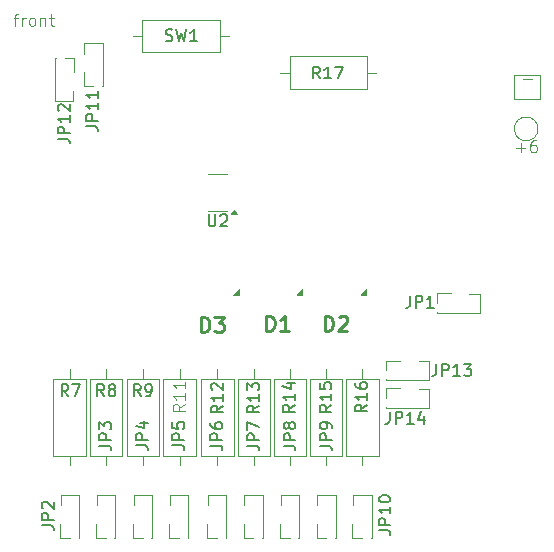
<source format=gbr>
%TF.GenerationSoftware,KiCad,Pcbnew,9.0.2*%
%TF.CreationDate,2025-07-18T12:05:27+02:00*%
%TF.ProjectId,Ligther,4c696774-6865-4722-9e6b-696361645f70,rev?*%
%TF.SameCoordinates,Original*%
%TF.FileFunction,Legend,Top*%
%TF.FilePolarity,Positive*%
%FSLAX46Y46*%
G04 Gerber Fmt 4.6, Leading zero omitted, Abs format (unit mm)*
G04 Created by KiCad (PCBNEW 9.0.2) date 2025-07-18 12:05:27*
%MOMM*%
%LPD*%
G01*
G04 APERTURE LIST*
%ADD10C,0.100000*%
%ADD11C,0.150000*%
%ADD12C,0.254000*%
%ADD13C,0.125000*%
%ADD14C,0.120000*%
G04 APERTURE END LIST*
D10*
X122100000Y-43510000D02*
G75*
G02*
X120100000Y-43510000I-1000000J0D01*
G01*
X120100000Y-43510000D02*
G75*
G02*
X122100000Y-43510000I1000000J0D01*
G01*
X120050000Y-38970000D02*
X122290000Y-38970000D01*
X122290000Y-40950000D01*
X120050000Y-40950000D01*
X120050000Y-38970000D01*
X77721027Y-34105752D02*
X78101979Y-34105752D01*
X77863884Y-34772419D02*
X77863884Y-33915276D01*
X77863884Y-33915276D02*
X77911503Y-33820038D01*
X77911503Y-33820038D02*
X78006741Y-33772419D01*
X78006741Y-33772419D02*
X78101979Y-33772419D01*
X78435313Y-34772419D02*
X78435313Y-34105752D01*
X78435313Y-34296228D02*
X78482932Y-34200990D01*
X78482932Y-34200990D02*
X78530551Y-34153371D01*
X78530551Y-34153371D02*
X78625789Y-34105752D01*
X78625789Y-34105752D02*
X78721027Y-34105752D01*
X79197218Y-34772419D02*
X79101980Y-34724800D01*
X79101980Y-34724800D02*
X79054361Y-34677180D01*
X79054361Y-34677180D02*
X79006742Y-34581942D01*
X79006742Y-34581942D02*
X79006742Y-34296228D01*
X79006742Y-34296228D02*
X79054361Y-34200990D01*
X79054361Y-34200990D02*
X79101980Y-34153371D01*
X79101980Y-34153371D02*
X79197218Y-34105752D01*
X79197218Y-34105752D02*
X79340075Y-34105752D01*
X79340075Y-34105752D02*
X79435313Y-34153371D01*
X79435313Y-34153371D02*
X79482932Y-34200990D01*
X79482932Y-34200990D02*
X79530551Y-34296228D01*
X79530551Y-34296228D02*
X79530551Y-34581942D01*
X79530551Y-34581942D02*
X79482932Y-34677180D01*
X79482932Y-34677180D02*
X79435313Y-34724800D01*
X79435313Y-34724800D02*
X79340075Y-34772419D01*
X79340075Y-34772419D02*
X79197218Y-34772419D01*
X79959123Y-34105752D02*
X79959123Y-34772419D01*
X79959123Y-34200990D02*
X80006742Y-34153371D01*
X80006742Y-34153371D02*
X80101980Y-34105752D01*
X80101980Y-34105752D02*
X80244837Y-34105752D01*
X80244837Y-34105752D02*
X80340075Y-34153371D01*
X80340075Y-34153371D02*
X80387694Y-34248609D01*
X80387694Y-34248609D02*
X80387694Y-34772419D01*
X80721028Y-34105752D02*
X81101980Y-34105752D01*
X80863885Y-33772419D02*
X80863885Y-34629561D01*
X80863885Y-34629561D02*
X80911504Y-34724800D01*
X80911504Y-34724800D02*
X81006742Y-34772419D01*
X81006742Y-34772419D02*
X81101980Y-34772419D01*
X120863884Y-39271466D02*
X121625789Y-39271466D01*
X120253884Y-45091466D02*
X121015789Y-45091466D01*
X120634836Y-45472419D02*
X120634836Y-44710514D01*
X121920550Y-44472419D02*
X121730074Y-44472419D01*
X121730074Y-44472419D02*
X121634836Y-44520038D01*
X121634836Y-44520038D02*
X121587217Y-44567657D01*
X121587217Y-44567657D02*
X121491979Y-44710514D01*
X121491979Y-44710514D02*
X121444360Y-44900990D01*
X121444360Y-44900990D02*
X121444360Y-45281942D01*
X121444360Y-45281942D02*
X121491979Y-45377180D01*
X121491979Y-45377180D02*
X121539598Y-45424800D01*
X121539598Y-45424800D02*
X121634836Y-45472419D01*
X121634836Y-45472419D02*
X121825312Y-45472419D01*
X121825312Y-45472419D02*
X121920550Y-45424800D01*
X121920550Y-45424800D02*
X121968169Y-45377180D01*
X121968169Y-45377180D02*
X122015788Y-45281942D01*
X122015788Y-45281942D02*
X122015788Y-45043847D01*
X122015788Y-45043847D02*
X121968169Y-44948609D01*
X121968169Y-44948609D02*
X121920550Y-44900990D01*
X121920550Y-44900990D02*
X121825312Y-44853371D01*
X121825312Y-44853371D02*
X121634836Y-44853371D01*
X121634836Y-44853371D02*
X121539598Y-44900990D01*
X121539598Y-44900990D02*
X121491979Y-44948609D01*
X121491979Y-44948609D02*
X121444360Y-45043847D01*
D11*
X103627142Y-39234819D02*
X103293809Y-38758628D01*
X103055714Y-39234819D02*
X103055714Y-38234819D01*
X103055714Y-38234819D02*
X103436666Y-38234819D01*
X103436666Y-38234819D02*
X103531904Y-38282438D01*
X103531904Y-38282438D02*
X103579523Y-38330057D01*
X103579523Y-38330057D02*
X103627142Y-38425295D01*
X103627142Y-38425295D02*
X103627142Y-38568152D01*
X103627142Y-38568152D02*
X103579523Y-38663390D01*
X103579523Y-38663390D02*
X103531904Y-38711009D01*
X103531904Y-38711009D02*
X103436666Y-38758628D01*
X103436666Y-38758628D02*
X103055714Y-38758628D01*
X104579523Y-39234819D02*
X104008095Y-39234819D01*
X104293809Y-39234819D02*
X104293809Y-38234819D01*
X104293809Y-38234819D02*
X104198571Y-38377676D01*
X104198571Y-38377676D02*
X104103333Y-38472914D01*
X104103333Y-38472914D02*
X104008095Y-38520533D01*
X104912857Y-38234819D02*
X105579523Y-38234819D01*
X105579523Y-38234819D02*
X105150952Y-39234819D01*
X81444819Y-44359523D02*
X82159104Y-44359523D01*
X82159104Y-44359523D02*
X82301961Y-44407142D01*
X82301961Y-44407142D02*
X82397200Y-44502380D01*
X82397200Y-44502380D02*
X82444819Y-44645237D01*
X82444819Y-44645237D02*
X82444819Y-44740475D01*
X82444819Y-43883332D02*
X81444819Y-43883332D01*
X81444819Y-43883332D02*
X81444819Y-43502380D01*
X81444819Y-43502380D02*
X81492438Y-43407142D01*
X81492438Y-43407142D02*
X81540057Y-43359523D01*
X81540057Y-43359523D02*
X81635295Y-43311904D01*
X81635295Y-43311904D02*
X81778152Y-43311904D01*
X81778152Y-43311904D02*
X81873390Y-43359523D01*
X81873390Y-43359523D02*
X81921009Y-43407142D01*
X81921009Y-43407142D02*
X81968628Y-43502380D01*
X81968628Y-43502380D02*
X81968628Y-43883332D01*
X82444819Y-42359523D02*
X82444819Y-42930951D01*
X82444819Y-42645237D02*
X81444819Y-42645237D01*
X81444819Y-42645237D02*
X81587676Y-42740475D01*
X81587676Y-42740475D02*
X81682914Y-42835713D01*
X81682914Y-42835713D02*
X81730533Y-42930951D01*
X81540057Y-41978570D02*
X81492438Y-41930951D01*
X81492438Y-41930951D02*
X81444819Y-41835713D01*
X81444819Y-41835713D02*
X81444819Y-41597618D01*
X81444819Y-41597618D02*
X81492438Y-41502380D01*
X81492438Y-41502380D02*
X81540057Y-41454761D01*
X81540057Y-41454761D02*
X81635295Y-41407142D01*
X81635295Y-41407142D02*
X81730533Y-41407142D01*
X81730533Y-41407142D02*
X81873390Y-41454761D01*
X81873390Y-41454761D02*
X82444819Y-42026189D01*
X82444819Y-42026189D02*
X82444819Y-41407142D01*
X90576667Y-36027200D02*
X90719524Y-36074819D01*
X90719524Y-36074819D02*
X90957619Y-36074819D01*
X90957619Y-36074819D02*
X91052857Y-36027200D01*
X91052857Y-36027200D02*
X91100476Y-35979580D01*
X91100476Y-35979580D02*
X91148095Y-35884342D01*
X91148095Y-35884342D02*
X91148095Y-35789104D01*
X91148095Y-35789104D02*
X91100476Y-35693866D01*
X91100476Y-35693866D02*
X91052857Y-35646247D01*
X91052857Y-35646247D02*
X90957619Y-35598628D01*
X90957619Y-35598628D02*
X90767143Y-35551009D01*
X90767143Y-35551009D02*
X90671905Y-35503390D01*
X90671905Y-35503390D02*
X90624286Y-35455771D01*
X90624286Y-35455771D02*
X90576667Y-35360533D01*
X90576667Y-35360533D02*
X90576667Y-35265295D01*
X90576667Y-35265295D02*
X90624286Y-35170057D01*
X90624286Y-35170057D02*
X90671905Y-35122438D01*
X90671905Y-35122438D02*
X90767143Y-35074819D01*
X90767143Y-35074819D02*
X91005238Y-35074819D01*
X91005238Y-35074819D02*
X91148095Y-35122438D01*
X91481429Y-35074819D02*
X91719524Y-36074819D01*
X91719524Y-36074819D02*
X91910000Y-35360533D01*
X91910000Y-35360533D02*
X92100476Y-36074819D01*
X92100476Y-36074819D02*
X92338572Y-35074819D01*
X93243333Y-36074819D02*
X92671905Y-36074819D01*
X92957619Y-36074819D02*
X92957619Y-35074819D01*
X92957619Y-35074819D02*
X92862381Y-35217676D01*
X92862381Y-35217676D02*
X92767143Y-35312914D01*
X92767143Y-35312914D02*
X92671905Y-35360533D01*
X82343333Y-66144819D02*
X82010000Y-65668628D01*
X81771905Y-66144819D02*
X81771905Y-65144819D01*
X81771905Y-65144819D02*
X82152857Y-65144819D01*
X82152857Y-65144819D02*
X82248095Y-65192438D01*
X82248095Y-65192438D02*
X82295714Y-65240057D01*
X82295714Y-65240057D02*
X82343333Y-65335295D01*
X82343333Y-65335295D02*
X82343333Y-65478152D01*
X82343333Y-65478152D02*
X82295714Y-65573390D01*
X82295714Y-65573390D02*
X82248095Y-65621009D01*
X82248095Y-65621009D02*
X82152857Y-65668628D01*
X82152857Y-65668628D02*
X81771905Y-65668628D01*
X82676667Y-65144819D02*
X83343333Y-65144819D01*
X83343333Y-65144819D02*
X82914762Y-66144819D01*
D12*
X99092618Y-60604318D02*
X99092618Y-59334318D01*
X99092618Y-59334318D02*
X99394999Y-59334318D01*
X99394999Y-59334318D02*
X99576428Y-59394794D01*
X99576428Y-59394794D02*
X99697380Y-59515746D01*
X99697380Y-59515746D02*
X99757857Y-59636699D01*
X99757857Y-59636699D02*
X99818333Y-59878603D01*
X99818333Y-59878603D02*
X99818333Y-60060032D01*
X99818333Y-60060032D02*
X99757857Y-60301937D01*
X99757857Y-60301937D02*
X99697380Y-60422889D01*
X99697380Y-60422889D02*
X99576428Y-60543842D01*
X99576428Y-60543842D02*
X99394999Y-60604318D01*
X99394999Y-60604318D02*
X99092618Y-60604318D01*
X101027857Y-60604318D02*
X100302142Y-60604318D01*
X100664999Y-60604318D02*
X100664999Y-59334318D01*
X100664999Y-59334318D02*
X100544047Y-59515746D01*
X100544047Y-59515746D02*
X100423095Y-59636699D01*
X100423095Y-59636699D02*
X100302142Y-59697175D01*
D11*
X98484819Y-66932857D02*
X98008628Y-67266190D01*
X98484819Y-67504285D02*
X97484819Y-67504285D01*
X97484819Y-67504285D02*
X97484819Y-67123333D01*
X97484819Y-67123333D02*
X97532438Y-67028095D01*
X97532438Y-67028095D02*
X97580057Y-66980476D01*
X97580057Y-66980476D02*
X97675295Y-66932857D01*
X97675295Y-66932857D02*
X97818152Y-66932857D01*
X97818152Y-66932857D02*
X97913390Y-66980476D01*
X97913390Y-66980476D02*
X97961009Y-67028095D01*
X97961009Y-67028095D02*
X98008628Y-67123333D01*
X98008628Y-67123333D02*
X98008628Y-67504285D01*
X98484819Y-65980476D02*
X98484819Y-66551904D01*
X98484819Y-66266190D02*
X97484819Y-66266190D01*
X97484819Y-66266190D02*
X97627676Y-66361428D01*
X97627676Y-66361428D02*
X97722914Y-66456666D01*
X97722914Y-66456666D02*
X97770533Y-66551904D01*
X97484819Y-65647142D02*
X97484819Y-65028095D01*
X97484819Y-65028095D02*
X97865771Y-65361428D01*
X97865771Y-65361428D02*
X97865771Y-65218571D01*
X97865771Y-65218571D02*
X97913390Y-65123333D01*
X97913390Y-65123333D02*
X97961009Y-65075714D01*
X97961009Y-65075714D02*
X98056247Y-65028095D01*
X98056247Y-65028095D02*
X98294342Y-65028095D01*
X98294342Y-65028095D02*
X98389580Y-65075714D01*
X98389580Y-65075714D02*
X98437200Y-65123333D01*
X98437200Y-65123333D02*
X98484819Y-65218571D01*
X98484819Y-65218571D02*
X98484819Y-65504285D01*
X98484819Y-65504285D02*
X98437200Y-65599523D01*
X98437200Y-65599523D02*
X98389580Y-65647142D01*
X94374819Y-70323333D02*
X95089104Y-70323333D01*
X95089104Y-70323333D02*
X95231961Y-70370952D01*
X95231961Y-70370952D02*
X95327200Y-70466190D01*
X95327200Y-70466190D02*
X95374819Y-70609047D01*
X95374819Y-70609047D02*
X95374819Y-70704285D01*
X95374819Y-69847142D02*
X94374819Y-69847142D01*
X94374819Y-69847142D02*
X94374819Y-69466190D01*
X94374819Y-69466190D02*
X94422438Y-69370952D01*
X94422438Y-69370952D02*
X94470057Y-69323333D01*
X94470057Y-69323333D02*
X94565295Y-69275714D01*
X94565295Y-69275714D02*
X94708152Y-69275714D01*
X94708152Y-69275714D02*
X94803390Y-69323333D01*
X94803390Y-69323333D02*
X94851009Y-69370952D01*
X94851009Y-69370952D02*
X94898628Y-69466190D01*
X94898628Y-69466190D02*
X94898628Y-69847142D01*
X94374819Y-68418571D02*
X94374819Y-68609047D01*
X94374819Y-68609047D02*
X94422438Y-68704285D01*
X94422438Y-68704285D02*
X94470057Y-68751904D01*
X94470057Y-68751904D02*
X94612914Y-68847142D01*
X94612914Y-68847142D02*
X94803390Y-68894761D01*
X94803390Y-68894761D02*
X95184342Y-68894761D01*
X95184342Y-68894761D02*
X95279580Y-68847142D01*
X95279580Y-68847142D02*
X95327200Y-68799523D01*
X95327200Y-68799523D02*
X95374819Y-68704285D01*
X95374819Y-68704285D02*
X95374819Y-68513809D01*
X95374819Y-68513809D02*
X95327200Y-68418571D01*
X95327200Y-68418571D02*
X95279580Y-68370952D01*
X95279580Y-68370952D02*
X95184342Y-68323333D01*
X95184342Y-68323333D02*
X94946247Y-68323333D01*
X94946247Y-68323333D02*
X94851009Y-68370952D01*
X94851009Y-68370952D02*
X94803390Y-68418571D01*
X94803390Y-68418571D02*
X94755771Y-68513809D01*
X94755771Y-68513809D02*
X94755771Y-68704285D01*
X94755771Y-68704285D02*
X94803390Y-68799523D01*
X94803390Y-68799523D02*
X94851009Y-68847142D01*
X94851009Y-68847142D02*
X94946247Y-68894761D01*
X104614819Y-66872857D02*
X104138628Y-67206190D01*
X104614819Y-67444285D02*
X103614819Y-67444285D01*
X103614819Y-67444285D02*
X103614819Y-67063333D01*
X103614819Y-67063333D02*
X103662438Y-66968095D01*
X103662438Y-66968095D02*
X103710057Y-66920476D01*
X103710057Y-66920476D02*
X103805295Y-66872857D01*
X103805295Y-66872857D02*
X103948152Y-66872857D01*
X103948152Y-66872857D02*
X104043390Y-66920476D01*
X104043390Y-66920476D02*
X104091009Y-66968095D01*
X104091009Y-66968095D02*
X104138628Y-67063333D01*
X104138628Y-67063333D02*
X104138628Y-67444285D01*
X104614819Y-65920476D02*
X104614819Y-66491904D01*
X104614819Y-66206190D02*
X103614819Y-66206190D01*
X103614819Y-66206190D02*
X103757676Y-66301428D01*
X103757676Y-66301428D02*
X103852914Y-66396666D01*
X103852914Y-66396666D02*
X103900533Y-66491904D01*
X103614819Y-65015714D02*
X103614819Y-65491904D01*
X103614819Y-65491904D02*
X104091009Y-65539523D01*
X104091009Y-65539523D02*
X104043390Y-65491904D01*
X104043390Y-65491904D02*
X103995771Y-65396666D01*
X103995771Y-65396666D02*
X103995771Y-65158571D01*
X103995771Y-65158571D02*
X104043390Y-65063333D01*
X104043390Y-65063333D02*
X104091009Y-65015714D01*
X104091009Y-65015714D02*
X104186247Y-64968095D01*
X104186247Y-64968095D02*
X104424342Y-64968095D01*
X104424342Y-64968095D02*
X104519580Y-65015714D01*
X104519580Y-65015714D02*
X104567200Y-65063333D01*
X104567200Y-65063333D02*
X104614819Y-65158571D01*
X104614819Y-65158571D02*
X104614819Y-65396666D01*
X104614819Y-65396666D02*
X104567200Y-65491904D01*
X104567200Y-65491904D02*
X104519580Y-65539523D01*
X113490476Y-63424819D02*
X113490476Y-64139104D01*
X113490476Y-64139104D02*
X113442857Y-64281961D01*
X113442857Y-64281961D02*
X113347619Y-64377200D01*
X113347619Y-64377200D02*
X113204762Y-64424819D01*
X113204762Y-64424819D02*
X113109524Y-64424819D01*
X113966667Y-64424819D02*
X113966667Y-63424819D01*
X113966667Y-63424819D02*
X114347619Y-63424819D01*
X114347619Y-63424819D02*
X114442857Y-63472438D01*
X114442857Y-63472438D02*
X114490476Y-63520057D01*
X114490476Y-63520057D02*
X114538095Y-63615295D01*
X114538095Y-63615295D02*
X114538095Y-63758152D01*
X114538095Y-63758152D02*
X114490476Y-63853390D01*
X114490476Y-63853390D02*
X114442857Y-63901009D01*
X114442857Y-63901009D02*
X114347619Y-63948628D01*
X114347619Y-63948628D02*
X113966667Y-63948628D01*
X115490476Y-64424819D02*
X114919048Y-64424819D01*
X115204762Y-64424819D02*
X115204762Y-63424819D01*
X115204762Y-63424819D02*
X115109524Y-63567676D01*
X115109524Y-63567676D02*
X115014286Y-63662914D01*
X115014286Y-63662914D02*
X114919048Y-63710533D01*
X115823810Y-63424819D02*
X116442857Y-63424819D01*
X116442857Y-63424819D02*
X116109524Y-63805771D01*
X116109524Y-63805771D02*
X116252381Y-63805771D01*
X116252381Y-63805771D02*
X116347619Y-63853390D01*
X116347619Y-63853390D02*
X116395238Y-63901009D01*
X116395238Y-63901009D02*
X116442857Y-63996247D01*
X116442857Y-63996247D02*
X116442857Y-64234342D01*
X116442857Y-64234342D02*
X116395238Y-64329580D01*
X116395238Y-64329580D02*
X116347619Y-64377200D01*
X116347619Y-64377200D02*
X116252381Y-64424819D01*
X116252381Y-64424819D02*
X115966667Y-64424819D01*
X115966667Y-64424819D02*
X115871429Y-64377200D01*
X115871429Y-64377200D02*
X115823810Y-64329580D01*
X111276666Y-57634819D02*
X111276666Y-58349104D01*
X111276666Y-58349104D02*
X111229047Y-58491961D01*
X111229047Y-58491961D02*
X111133809Y-58587200D01*
X111133809Y-58587200D02*
X110990952Y-58634819D01*
X110990952Y-58634819D02*
X110895714Y-58634819D01*
X111752857Y-58634819D02*
X111752857Y-57634819D01*
X111752857Y-57634819D02*
X112133809Y-57634819D01*
X112133809Y-57634819D02*
X112229047Y-57682438D01*
X112229047Y-57682438D02*
X112276666Y-57730057D01*
X112276666Y-57730057D02*
X112324285Y-57825295D01*
X112324285Y-57825295D02*
X112324285Y-57968152D01*
X112324285Y-57968152D02*
X112276666Y-58063390D01*
X112276666Y-58063390D02*
X112229047Y-58111009D01*
X112229047Y-58111009D02*
X112133809Y-58158628D01*
X112133809Y-58158628D02*
X111752857Y-58158628D01*
X113276666Y-58634819D02*
X112705238Y-58634819D01*
X112990952Y-58634819D02*
X112990952Y-57634819D01*
X112990952Y-57634819D02*
X112895714Y-57777676D01*
X112895714Y-57777676D02*
X112800476Y-57872914D01*
X112800476Y-57872914D02*
X112705238Y-57920533D01*
X108604819Y-77499523D02*
X109319104Y-77499523D01*
X109319104Y-77499523D02*
X109461961Y-77547142D01*
X109461961Y-77547142D02*
X109557200Y-77642380D01*
X109557200Y-77642380D02*
X109604819Y-77785237D01*
X109604819Y-77785237D02*
X109604819Y-77880475D01*
X109604819Y-77023332D02*
X108604819Y-77023332D01*
X108604819Y-77023332D02*
X108604819Y-76642380D01*
X108604819Y-76642380D02*
X108652438Y-76547142D01*
X108652438Y-76547142D02*
X108700057Y-76499523D01*
X108700057Y-76499523D02*
X108795295Y-76451904D01*
X108795295Y-76451904D02*
X108938152Y-76451904D01*
X108938152Y-76451904D02*
X109033390Y-76499523D01*
X109033390Y-76499523D02*
X109081009Y-76547142D01*
X109081009Y-76547142D02*
X109128628Y-76642380D01*
X109128628Y-76642380D02*
X109128628Y-77023332D01*
X109604819Y-75499523D02*
X109604819Y-76070951D01*
X109604819Y-75785237D02*
X108604819Y-75785237D01*
X108604819Y-75785237D02*
X108747676Y-75880475D01*
X108747676Y-75880475D02*
X108842914Y-75975713D01*
X108842914Y-75975713D02*
X108890533Y-76070951D01*
X108604819Y-74880475D02*
X108604819Y-74785237D01*
X108604819Y-74785237D02*
X108652438Y-74689999D01*
X108652438Y-74689999D02*
X108700057Y-74642380D01*
X108700057Y-74642380D02*
X108795295Y-74594761D01*
X108795295Y-74594761D02*
X108985771Y-74547142D01*
X108985771Y-74547142D02*
X109223866Y-74547142D01*
X109223866Y-74547142D02*
X109414342Y-74594761D01*
X109414342Y-74594761D02*
X109509580Y-74642380D01*
X109509580Y-74642380D02*
X109557200Y-74689999D01*
X109557200Y-74689999D02*
X109604819Y-74785237D01*
X109604819Y-74785237D02*
X109604819Y-74880475D01*
X109604819Y-74880475D02*
X109557200Y-74975713D01*
X109557200Y-74975713D02*
X109509580Y-75023332D01*
X109509580Y-75023332D02*
X109414342Y-75070951D01*
X109414342Y-75070951D02*
X109223866Y-75118570D01*
X109223866Y-75118570D02*
X108985771Y-75118570D01*
X108985771Y-75118570D02*
X108795295Y-75070951D01*
X108795295Y-75070951D02*
X108700057Y-75023332D01*
X108700057Y-75023332D02*
X108652438Y-74975713D01*
X108652438Y-74975713D02*
X108604819Y-74880475D01*
X109570476Y-67464819D02*
X109570476Y-68179104D01*
X109570476Y-68179104D02*
X109522857Y-68321961D01*
X109522857Y-68321961D02*
X109427619Y-68417200D01*
X109427619Y-68417200D02*
X109284762Y-68464819D01*
X109284762Y-68464819D02*
X109189524Y-68464819D01*
X110046667Y-68464819D02*
X110046667Y-67464819D01*
X110046667Y-67464819D02*
X110427619Y-67464819D01*
X110427619Y-67464819D02*
X110522857Y-67512438D01*
X110522857Y-67512438D02*
X110570476Y-67560057D01*
X110570476Y-67560057D02*
X110618095Y-67655295D01*
X110618095Y-67655295D02*
X110618095Y-67798152D01*
X110618095Y-67798152D02*
X110570476Y-67893390D01*
X110570476Y-67893390D02*
X110522857Y-67941009D01*
X110522857Y-67941009D02*
X110427619Y-67988628D01*
X110427619Y-67988628D02*
X110046667Y-67988628D01*
X111570476Y-68464819D02*
X110999048Y-68464819D01*
X111284762Y-68464819D02*
X111284762Y-67464819D01*
X111284762Y-67464819D02*
X111189524Y-67607676D01*
X111189524Y-67607676D02*
X111094286Y-67702914D01*
X111094286Y-67702914D02*
X110999048Y-67750533D01*
X112427619Y-67798152D02*
X112427619Y-68464819D01*
X112189524Y-67417200D02*
X111951429Y-68131485D01*
X111951429Y-68131485D02*
X112570476Y-68131485D01*
D13*
X92176119Y-66822857D02*
X91699928Y-67156190D01*
X92176119Y-67394285D02*
X91176119Y-67394285D01*
X91176119Y-67394285D02*
X91176119Y-67013333D01*
X91176119Y-67013333D02*
X91223738Y-66918095D01*
X91223738Y-66918095D02*
X91271357Y-66870476D01*
X91271357Y-66870476D02*
X91366595Y-66822857D01*
X91366595Y-66822857D02*
X91509452Y-66822857D01*
X91509452Y-66822857D02*
X91604690Y-66870476D01*
X91604690Y-66870476D02*
X91652309Y-66918095D01*
X91652309Y-66918095D02*
X91699928Y-67013333D01*
X91699928Y-67013333D02*
X91699928Y-67394285D01*
X92176119Y-65870476D02*
X92176119Y-66441904D01*
X92176119Y-66156190D02*
X91176119Y-66156190D01*
X91176119Y-66156190D02*
X91318976Y-66251428D01*
X91318976Y-66251428D02*
X91414214Y-66346666D01*
X91414214Y-66346666D02*
X91461833Y-66441904D01*
X92176119Y-64918095D02*
X92176119Y-65489523D01*
X92176119Y-65203809D02*
X91176119Y-65203809D01*
X91176119Y-65203809D02*
X91318976Y-65299047D01*
X91318976Y-65299047D02*
X91414214Y-65394285D01*
X91414214Y-65394285D02*
X91461833Y-65489523D01*
D12*
X104032618Y-60624318D02*
X104032618Y-59354318D01*
X104032618Y-59354318D02*
X104334999Y-59354318D01*
X104334999Y-59354318D02*
X104516428Y-59414794D01*
X104516428Y-59414794D02*
X104637380Y-59535746D01*
X104637380Y-59535746D02*
X104697857Y-59656699D01*
X104697857Y-59656699D02*
X104758333Y-59898603D01*
X104758333Y-59898603D02*
X104758333Y-60080032D01*
X104758333Y-60080032D02*
X104697857Y-60321937D01*
X104697857Y-60321937D02*
X104637380Y-60442889D01*
X104637380Y-60442889D02*
X104516428Y-60563842D01*
X104516428Y-60563842D02*
X104334999Y-60624318D01*
X104334999Y-60624318D02*
X104032618Y-60624318D01*
X105242142Y-59475270D02*
X105302618Y-59414794D01*
X105302618Y-59414794D02*
X105423571Y-59354318D01*
X105423571Y-59354318D02*
X105725952Y-59354318D01*
X105725952Y-59354318D02*
X105846904Y-59414794D01*
X105846904Y-59414794D02*
X105907380Y-59475270D01*
X105907380Y-59475270D02*
X105967857Y-59596222D01*
X105967857Y-59596222D02*
X105967857Y-59717175D01*
X105967857Y-59717175D02*
X105907380Y-59898603D01*
X105907380Y-59898603D02*
X105181666Y-60624318D01*
X105181666Y-60624318D02*
X105967857Y-60624318D01*
D11*
X88463333Y-66134819D02*
X88130000Y-65658628D01*
X87891905Y-66134819D02*
X87891905Y-65134819D01*
X87891905Y-65134819D02*
X88272857Y-65134819D01*
X88272857Y-65134819D02*
X88368095Y-65182438D01*
X88368095Y-65182438D02*
X88415714Y-65230057D01*
X88415714Y-65230057D02*
X88463333Y-65325295D01*
X88463333Y-65325295D02*
X88463333Y-65468152D01*
X88463333Y-65468152D02*
X88415714Y-65563390D01*
X88415714Y-65563390D02*
X88368095Y-65611009D01*
X88368095Y-65611009D02*
X88272857Y-65658628D01*
X88272857Y-65658628D02*
X87891905Y-65658628D01*
X88939524Y-66134819D02*
X89130000Y-66134819D01*
X89130000Y-66134819D02*
X89225238Y-66087200D01*
X89225238Y-66087200D02*
X89272857Y-66039580D01*
X89272857Y-66039580D02*
X89368095Y-65896723D01*
X89368095Y-65896723D02*
X89415714Y-65706247D01*
X89415714Y-65706247D02*
X89415714Y-65325295D01*
X89415714Y-65325295D02*
X89368095Y-65230057D01*
X89368095Y-65230057D02*
X89320476Y-65182438D01*
X89320476Y-65182438D02*
X89225238Y-65134819D01*
X89225238Y-65134819D02*
X89034762Y-65134819D01*
X89034762Y-65134819D02*
X88939524Y-65182438D01*
X88939524Y-65182438D02*
X88891905Y-65230057D01*
X88891905Y-65230057D02*
X88844286Y-65325295D01*
X88844286Y-65325295D02*
X88844286Y-65563390D01*
X88844286Y-65563390D02*
X88891905Y-65658628D01*
X88891905Y-65658628D02*
X88939524Y-65706247D01*
X88939524Y-65706247D02*
X89034762Y-65753866D01*
X89034762Y-65753866D02*
X89225238Y-65753866D01*
X89225238Y-65753866D02*
X89320476Y-65706247D01*
X89320476Y-65706247D02*
X89368095Y-65658628D01*
X89368095Y-65658628D02*
X89415714Y-65563390D01*
X95414819Y-66942857D02*
X94938628Y-67276190D01*
X95414819Y-67514285D02*
X94414819Y-67514285D01*
X94414819Y-67514285D02*
X94414819Y-67133333D01*
X94414819Y-67133333D02*
X94462438Y-67038095D01*
X94462438Y-67038095D02*
X94510057Y-66990476D01*
X94510057Y-66990476D02*
X94605295Y-66942857D01*
X94605295Y-66942857D02*
X94748152Y-66942857D01*
X94748152Y-66942857D02*
X94843390Y-66990476D01*
X94843390Y-66990476D02*
X94891009Y-67038095D01*
X94891009Y-67038095D02*
X94938628Y-67133333D01*
X94938628Y-67133333D02*
X94938628Y-67514285D01*
X95414819Y-65990476D02*
X95414819Y-66561904D01*
X95414819Y-66276190D02*
X94414819Y-66276190D01*
X94414819Y-66276190D02*
X94557676Y-66371428D01*
X94557676Y-66371428D02*
X94652914Y-66466666D01*
X94652914Y-66466666D02*
X94700533Y-66561904D01*
X94510057Y-65609523D02*
X94462438Y-65561904D01*
X94462438Y-65561904D02*
X94414819Y-65466666D01*
X94414819Y-65466666D02*
X94414819Y-65228571D01*
X94414819Y-65228571D02*
X94462438Y-65133333D01*
X94462438Y-65133333D02*
X94510057Y-65085714D01*
X94510057Y-65085714D02*
X94605295Y-65038095D01*
X94605295Y-65038095D02*
X94700533Y-65038095D01*
X94700533Y-65038095D02*
X94843390Y-65085714D01*
X94843390Y-65085714D02*
X95414819Y-65657142D01*
X95414819Y-65657142D02*
X95414819Y-65038095D01*
X100564819Y-70343333D02*
X101279104Y-70343333D01*
X101279104Y-70343333D02*
X101421961Y-70390952D01*
X101421961Y-70390952D02*
X101517200Y-70486190D01*
X101517200Y-70486190D02*
X101564819Y-70629047D01*
X101564819Y-70629047D02*
X101564819Y-70724285D01*
X101564819Y-69867142D02*
X100564819Y-69867142D01*
X100564819Y-69867142D02*
X100564819Y-69486190D01*
X100564819Y-69486190D02*
X100612438Y-69390952D01*
X100612438Y-69390952D02*
X100660057Y-69343333D01*
X100660057Y-69343333D02*
X100755295Y-69295714D01*
X100755295Y-69295714D02*
X100898152Y-69295714D01*
X100898152Y-69295714D02*
X100993390Y-69343333D01*
X100993390Y-69343333D02*
X101041009Y-69390952D01*
X101041009Y-69390952D02*
X101088628Y-69486190D01*
X101088628Y-69486190D02*
X101088628Y-69867142D01*
X100993390Y-68724285D02*
X100945771Y-68819523D01*
X100945771Y-68819523D02*
X100898152Y-68867142D01*
X100898152Y-68867142D02*
X100802914Y-68914761D01*
X100802914Y-68914761D02*
X100755295Y-68914761D01*
X100755295Y-68914761D02*
X100660057Y-68867142D01*
X100660057Y-68867142D02*
X100612438Y-68819523D01*
X100612438Y-68819523D02*
X100564819Y-68724285D01*
X100564819Y-68724285D02*
X100564819Y-68533809D01*
X100564819Y-68533809D02*
X100612438Y-68438571D01*
X100612438Y-68438571D02*
X100660057Y-68390952D01*
X100660057Y-68390952D02*
X100755295Y-68343333D01*
X100755295Y-68343333D02*
X100802914Y-68343333D01*
X100802914Y-68343333D02*
X100898152Y-68390952D01*
X100898152Y-68390952D02*
X100945771Y-68438571D01*
X100945771Y-68438571D02*
X100993390Y-68533809D01*
X100993390Y-68533809D02*
X100993390Y-68724285D01*
X100993390Y-68724285D02*
X101041009Y-68819523D01*
X101041009Y-68819523D02*
X101088628Y-68867142D01*
X101088628Y-68867142D02*
X101183866Y-68914761D01*
X101183866Y-68914761D02*
X101374342Y-68914761D01*
X101374342Y-68914761D02*
X101469580Y-68867142D01*
X101469580Y-68867142D02*
X101517200Y-68819523D01*
X101517200Y-68819523D02*
X101564819Y-68724285D01*
X101564819Y-68724285D02*
X101564819Y-68533809D01*
X101564819Y-68533809D02*
X101517200Y-68438571D01*
X101517200Y-68438571D02*
X101469580Y-68390952D01*
X101469580Y-68390952D02*
X101374342Y-68343333D01*
X101374342Y-68343333D02*
X101183866Y-68343333D01*
X101183866Y-68343333D02*
X101088628Y-68390952D01*
X101088628Y-68390952D02*
X101041009Y-68438571D01*
X101041009Y-68438571D02*
X100993390Y-68533809D01*
X103634819Y-70343333D02*
X104349104Y-70343333D01*
X104349104Y-70343333D02*
X104491961Y-70390952D01*
X104491961Y-70390952D02*
X104587200Y-70486190D01*
X104587200Y-70486190D02*
X104634819Y-70629047D01*
X104634819Y-70629047D02*
X104634819Y-70724285D01*
X104634819Y-69867142D02*
X103634819Y-69867142D01*
X103634819Y-69867142D02*
X103634819Y-69486190D01*
X103634819Y-69486190D02*
X103682438Y-69390952D01*
X103682438Y-69390952D02*
X103730057Y-69343333D01*
X103730057Y-69343333D02*
X103825295Y-69295714D01*
X103825295Y-69295714D02*
X103968152Y-69295714D01*
X103968152Y-69295714D02*
X104063390Y-69343333D01*
X104063390Y-69343333D02*
X104111009Y-69390952D01*
X104111009Y-69390952D02*
X104158628Y-69486190D01*
X104158628Y-69486190D02*
X104158628Y-69867142D01*
X104634819Y-68819523D02*
X104634819Y-68629047D01*
X104634819Y-68629047D02*
X104587200Y-68533809D01*
X104587200Y-68533809D02*
X104539580Y-68486190D01*
X104539580Y-68486190D02*
X104396723Y-68390952D01*
X104396723Y-68390952D02*
X104206247Y-68343333D01*
X104206247Y-68343333D02*
X103825295Y-68343333D01*
X103825295Y-68343333D02*
X103730057Y-68390952D01*
X103730057Y-68390952D02*
X103682438Y-68438571D01*
X103682438Y-68438571D02*
X103634819Y-68533809D01*
X103634819Y-68533809D02*
X103634819Y-68724285D01*
X103634819Y-68724285D02*
X103682438Y-68819523D01*
X103682438Y-68819523D02*
X103730057Y-68867142D01*
X103730057Y-68867142D02*
X103825295Y-68914761D01*
X103825295Y-68914761D02*
X104063390Y-68914761D01*
X104063390Y-68914761D02*
X104158628Y-68867142D01*
X104158628Y-68867142D02*
X104206247Y-68819523D01*
X104206247Y-68819523D02*
X104253866Y-68724285D01*
X104253866Y-68724285D02*
X104253866Y-68533809D01*
X104253866Y-68533809D02*
X104206247Y-68438571D01*
X104206247Y-68438571D02*
X104158628Y-68390952D01*
X104158628Y-68390952D02*
X104063390Y-68343333D01*
X97494819Y-70343333D02*
X98209104Y-70343333D01*
X98209104Y-70343333D02*
X98351961Y-70390952D01*
X98351961Y-70390952D02*
X98447200Y-70486190D01*
X98447200Y-70486190D02*
X98494819Y-70629047D01*
X98494819Y-70629047D02*
X98494819Y-70724285D01*
X98494819Y-69867142D02*
X97494819Y-69867142D01*
X97494819Y-69867142D02*
X97494819Y-69486190D01*
X97494819Y-69486190D02*
X97542438Y-69390952D01*
X97542438Y-69390952D02*
X97590057Y-69343333D01*
X97590057Y-69343333D02*
X97685295Y-69295714D01*
X97685295Y-69295714D02*
X97828152Y-69295714D01*
X97828152Y-69295714D02*
X97923390Y-69343333D01*
X97923390Y-69343333D02*
X97971009Y-69390952D01*
X97971009Y-69390952D02*
X98018628Y-69486190D01*
X98018628Y-69486190D02*
X98018628Y-69867142D01*
X97494819Y-68962380D02*
X97494819Y-68295714D01*
X97494819Y-68295714D02*
X98494819Y-68724285D01*
X80084819Y-77063333D02*
X80799104Y-77063333D01*
X80799104Y-77063333D02*
X80941961Y-77110952D01*
X80941961Y-77110952D02*
X81037200Y-77206190D01*
X81037200Y-77206190D02*
X81084819Y-77349047D01*
X81084819Y-77349047D02*
X81084819Y-77444285D01*
X81084819Y-76587142D02*
X80084819Y-76587142D01*
X80084819Y-76587142D02*
X80084819Y-76206190D01*
X80084819Y-76206190D02*
X80132438Y-76110952D01*
X80132438Y-76110952D02*
X80180057Y-76063333D01*
X80180057Y-76063333D02*
X80275295Y-76015714D01*
X80275295Y-76015714D02*
X80418152Y-76015714D01*
X80418152Y-76015714D02*
X80513390Y-76063333D01*
X80513390Y-76063333D02*
X80561009Y-76110952D01*
X80561009Y-76110952D02*
X80608628Y-76206190D01*
X80608628Y-76206190D02*
X80608628Y-76587142D01*
X80180057Y-75634761D02*
X80132438Y-75587142D01*
X80132438Y-75587142D02*
X80084819Y-75491904D01*
X80084819Y-75491904D02*
X80084819Y-75253809D01*
X80084819Y-75253809D02*
X80132438Y-75158571D01*
X80132438Y-75158571D02*
X80180057Y-75110952D01*
X80180057Y-75110952D02*
X80275295Y-75063333D01*
X80275295Y-75063333D02*
X80370533Y-75063333D01*
X80370533Y-75063333D02*
X80513390Y-75110952D01*
X80513390Y-75110952D02*
X81084819Y-75682380D01*
X81084819Y-75682380D02*
X81084819Y-75063333D01*
X107624819Y-66852857D02*
X107148628Y-67186190D01*
X107624819Y-67424285D02*
X106624819Y-67424285D01*
X106624819Y-67424285D02*
X106624819Y-67043333D01*
X106624819Y-67043333D02*
X106672438Y-66948095D01*
X106672438Y-66948095D02*
X106720057Y-66900476D01*
X106720057Y-66900476D02*
X106815295Y-66852857D01*
X106815295Y-66852857D02*
X106958152Y-66852857D01*
X106958152Y-66852857D02*
X107053390Y-66900476D01*
X107053390Y-66900476D02*
X107101009Y-66948095D01*
X107101009Y-66948095D02*
X107148628Y-67043333D01*
X107148628Y-67043333D02*
X107148628Y-67424285D01*
X107624819Y-65900476D02*
X107624819Y-66471904D01*
X107624819Y-66186190D02*
X106624819Y-66186190D01*
X106624819Y-66186190D02*
X106767676Y-66281428D01*
X106767676Y-66281428D02*
X106862914Y-66376666D01*
X106862914Y-66376666D02*
X106910533Y-66471904D01*
X106624819Y-65043333D02*
X106624819Y-65233809D01*
X106624819Y-65233809D02*
X106672438Y-65329047D01*
X106672438Y-65329047D02*
X106720057Y-65376666D01*
X106720057Y-65376666D02*
X106862914Y-65471904D01*
X106862914Y-65471904D02*
X107053390Y-65519523D01*
X107053390Y-65519523D02*
X107434342Y-65519523D01*
X107434342Y-65519523D02*
X107529580Y-65471904D01*
X107529580Y-65471904D02*
X107577200Y-65424285D01*
X107577200Y-65424285D02*
X107624819Y-65329047D01*
X107624819Y-65329047D02*
X107624819Y-65138571D01*
X107624819Y-65138571D02*
X107577200Y-65043333D01*
X107577200Y-65043333D02*
X107529580Y-64995714D01*
X107529580Y-64995714D02*
X107434342Y-64948095D01*
X107434342Y-64948095D02*
X107196247Y-64948095D01*
X107196247Y-64948095D02*
X107101009Y-64995714D01*
X107101009Y-64995714D02*
X107053390Y-65043333D01*
X107053390Y-65043333D02*
X107005771Y-65138571D01*
X107005771Y-65138571D02*
X107005771Y-65329047D01*
X107005771Y-65329047D02*
X107053390Y-65424285D01*
X107053390Y-65424285D02*
X107101009Y-65471904D01*
X107101009Y-65471904D02*
X107196247Y-65519523D01*
X83854819Y-43289523D02*
X84569104Y-43289523D01*
X84569104Y-43289523D02*
X84711961Y-43337142D01*
X84711961Y-43337142D02*
X84807200Y-43432380D01*
X84807200Y-43432380D02*
X84854819Y-43575237D01*
X84854819Y-43575237D02*
X84854819Y-43670475D01*
X84854819Y-42813332D02*
X83854819Y-42813332D01*
X83854819Y-42813332D02*
X83854819Y-42432380D01*
X83854819Y-42432380D02*
X83902438Y-42337142D01*
X83902438Y-42337142D02*
X83950057Y-42289523D01*
X83950057Y-42289523D02*
X84045295Y-42241904D01*
X84045295Y-42241904D02*
X84188152Y-42241904D01*
X84188152Y-42241904D02*
X84283390Y-42289523D01*
X84283390Y-42289523D02*
X84331009Y-42337142D01*
X84331009Y-42337142D02*
X84378628Y-42432380D01*
X84378628Y-42432380D02*
X84378628Y-42813332D01*
X84854819Y-41289523D02*
X84854819Y-41860951D01*
X84854819Y-41575237D02*
X83854819Y-41575237D01*
X83854819Y-41575237D02*
X83997676Y-41670475D01*
X83997676Y-41670475D02*
X84092914Y-41765713D01*
X84092914Y-41765713D02*
X84140533Y-41860951D01*
X84854819Y-40337142D02*
X84854819Y-40908570D01*
X84854819Y-40622856D02*
X83854819Y-40622856D01*
X83854819Y-40622856D02*
X83997676Y-40718094D01*
X83997676Y-40718094D02*
X84092914Y-40813332D01*
X84092914Y-40813332D02*
X84140533Y-40908570D01*
X88084819Y-70303333D02*
X88799104Y-70303333D01*
X88799104Y-70303333D02*
X88941961Y-70350952D01*
X88941961Y-70350952D02*
X89037200Y-70446190D01*
X89037200Y-70446190D02*
X89084819Y-70589047D01*
X89084819Y-70589047D02*
X89084819Y-70684285D01*
X89084819Y-69827142D02*
X88084819Y-69827142D01*
X88084819Y-69827142D02*
X88084819Y-69446190D01*
X88084819Y-69446190D02*
X88132438Y-69350952D01*
X88132438Y-69350952D02*
X88180057Y-69303333D01*
X88180057Y-69303333D02*
X88275295Y-69255714D01*
X88275295Y-69255714D02*
X88418152Y-69255714D01*
X88418152Y-69255714D02*
X88513390Y-69303333D01*
X88513390Y-69303333D02*
X88561009Y-69350952D01*
X88561009Y-69350952D02*
X88608628Y-69446190D01*
X88608628Y-69446190D02*
X88608628Y-69827142D01*
X88418152Y-68398571D02*
X89084819Y-68398571D01*
X88037200Y-68636666D02*
X88751485Y-68874761D01*
X88751485Y-68874761D02*
X88751485Y-68255714D01*
X91154819Y-70313333D02*
X91869104Y-70313333D01*
X91869104Y-70313333D02*
X92011961Y-70360952D01*
X92011961Y-70360952D02*
X92107200Y-70456190D01*
X92107200Y-70456190D02*
X92154819Y-70599047D01*
X92154819Y-70599047D02*
X92154819Y-70694285D01*
X92154819Y-69837142D02*
X91154819Y-69837142D01*
X91154819Y-69837142D02*
X91154819Y-69456190D01*
X91154819Y-69456190D02*
X91202438Y-69360952D01*
X91202438Y-69360952D02*
X91250057Y-69313333D01*
X91250057Y-69313333D02*
X91345295Y-69265714D01*
X91345295Y-69265714D02*
X91488152Y-69265714D01*
X91488152Y-69265714D02*
X91583390Y-69313333D01*
X91583390Y-69313333D02*
X91631009Y-69360952D01*
X91631009Y-69360952D02*
X91678628Y-69456190D01*
X91678628Y-69456190D02*
X91678628Y-69837142D01*
X91154819Y-68360952D02*
X91154819Y-68837142D01*
X91154819Y-68837142D02*
X91631009Y-68884761D01*
X91631009Y-68884761D02*
X91583390Y-68837142D01*
X91583390Y-68837142D02*
X91535771Y-68741904D01*
X91535771Y-68741904D02*
X91535771Y-68503809D01*
X91535771Y-68503809D02*
X91583390Y-68408571D01*
X91583390Y-68408571D02*
X91631009Y-68360952D01*
X91631009Y-68360952D02*
X91726247Y-68313333D01*
X91726247Y-68313333D02*
X91964342Y-68313333D01*
X91964342Y-68313333D02*
X92059580Y-68360952D01*
X92059580Y-68360952D02*
X92107200Y-68408571D01*
X92107200Y-68408571D02*
X92154819Y-68503809D01*
X92154819Y-68503809D02*
X92154819Y-68741904D01*
X92154819Y-68741904D02*
X92107200Y-68837142D01*
X92107200Y-68837142D02*
X92059580Y-68884761D01*
X85373333Y-66134819D02*
X85040000Y-65658628D01*
X84801905Y-66134819D02*
X84801905Y-65134819D01*
X84801905Y-65134819D02*
X85182857Y-65134819D01*
X85182857Y-65134819D02*
X85278095Y-65182438D01*
X85278095Y-65182438D02*
X85325714Y-65230057D01*
X85325714Y-65230057D02*
X85373333Y-65325295D01*
X85373333Y-65325295D02*
X85373333Y-65468152D01*
X85373333Y-65468152D02*
X85325714Y-65563390D01*
X85325714Y-65563390D02*
X85278095Y-65611009D01*
X85278095Y-65611009D02*
X85182857Y-65658628D01*
X85182857Y-65658628D02*
X84801905Y-65658628D01*
X85944762Y-65563390D02*
X85849524Y-65515771D01*
X85849524Y-65515771D02*
X85801905Y-65468152D01*
X85801905Y-65468152D02*
X85754286Y-65372914D01*
X85754286Y-65372914D02*
X85754286Y-65325295D01*
X85754286Y-65325295D02*
X85801905Y-65230057D01*
X85801905Y-65230057D02*
X85849524Y-65182438D01*
X85849524Y-65182438D02*
X85944762Y-65134819D01*
X85944762Y-65134819D02*
X86135238Y-65134819D01*
X86135238Y-65134819D02*
X86230476Y-65182438D01*
X86230476Y-65182438D02*
X86278095Y-65230057D01*
X86278095Y-65230057D02*
X86325714Y-65325295D01*
X86325714Y-65325295D02*
X86325714Y-65372914D01*
X86325714Y-65372914D02*
X86278095Y-65468152D01*
X86278095Y-65468152D02*
X86230476Y-65515771D01*
X86230476Y-65515771D02*
X86135238Y-65563390D01*
X86135238Y-65563390D02*
X85944762Y-65563390D01*
X85944762Y-65563390D02*
X85849524Y-65611009D01*
X85849524Y-65611009D02*
X85801905Y-65658628D01*
X85801905Y-65658628D02*
X85754286Y-65753866D01*
X85754286Y-65753866D02*
X85754286Y-65944342D01*
X85754286Y-65944342D02*
X85801905Y-66039580D01*
X85801905Y-66039580D02*
X85849524Y-66087200D01*
X85849524Y-66087200D02*
X85944762Y-66134819D01*
X85944762Y-66134819D02*
X86135238Y-66134819D01*
X86135238Y-66134819D02*
X86230476Y-66087200D01*
X86230476Y-66087200D02*
X86278095Y-66039580D01*
X86278095Y-66039580D02*
X86325714Y-65944342D01*
X86325714Y-65944342D02*
X86325714Y-65753866D01*
X86325714Y-65753866D02*
X86278095Y-65658628D01*
X86278095Y-65658628D02*
X86230476Y-65611009D01*
X86230476Y-65611009D02*
X86135238Y-65563390D01*
X94218095Y-50754819D02*
X94218095Y-51564342D01*
X94218095Y-51564342D02*
X94265714Y-51659580D01*
X94265714Y-51659580D02*
X94313333Y-51707200D01*
X94313333Y-51707200D02*
X94408571Y-51754819D01*
X94408571Y-51754819D02*
X94599047Y-51754819D01*
X94599047Y-51754819D02*
X94694285Y-51707200D01*
X94694285Y-51707200D02*
X94741904Y-51659580D01*
X94741904Y-51659580D02*
X94789523Y-51564342D01*
X94789523Y-51564342D02*
X94789523Y-50754819D01*
X95218095Y-50850057D02*
X95265714Y-50802438D01*
X95265714Y-50802438D02*
X95360952Y-50754819D01*
X95360952Y-50754819D02*
X95599047Y-50754819D01*
X95599047Y-50754819D02*
X95694285Y-50802438D01*
X95694285Y-50802438D02*
X95741904Y-50850057D01*
X95741904Y-50850057D02*
X95789523Y-50945295D01*
X95789523Y-50945295D02*
X95789523Y-51040533D01*
X95789523Y-51040533D02*
X95741904Y-51183390D01*
X95741904Y-51183390D02*
X95170476Y-51754819D01*
X95170476Y-51754819D02*
X95789523Y-51754819D01*
X101494819Y-66872857D02*
X101018628Y-67206190D01*
X101494819Y-67444285D02*
X100494819Y-67444285D01*
X100494819Y-67444285D02*
X100494819Y-67063333D01*
X100494819Y-67063333D02*
X100542438Y-66968095D01*
X100542438Y-66968095D02*
X100590057Y-66920476D01*
X100590057Y-66920476D02*
X100685295Y-66872857D01*
X100685295Y-66872857D02*
X100828152Y-66872857D01*
X100828152Y-66872857D02*
X100923390Y-66920476D01*
X100923390Y-66920476D02*
X100971009Y-66968095D01*
X100971009Y-66968095D02*
X101018628Y-67063333D01*
X101018628Y-67063333D02*
X101018628Y-67444285D01*
X101494819Y-65920476D02*
X101494819Y-66491904D01*
X101494819Y-66206190D02*
X100494819Y-66206190D01*
X100494819Y-66206190D02*
X100637676Y-66301428D01*
X100637676Y-66301428D02*
X100732914Y-66396666D01*
X100732914Y-66396666D02*
X100780533Y-66491904D01*
X100828152Y-65063333D02*
X101494819Y-65063333D01*
X100447200Y-65301428D02*
X101161485Y-65539523D01*
X101161485Y-65539523D02*
X101161485Y-64920476D01*
X84964819Y-70323333D02*
X85679104Y-70323333D01*
X85679104Y-70323333D02*
X85821961Y-70370952D01*
X85821961Y-70370952D02*
X85917200Y-70466190D01*
X85917200Y-70466190D02*
X85964819Y-70609047D01*
X85964819Y-70609047D02*
X85964819Y-70704285D01*
X85964819Y-69847142D02*
X84964819Y-69847142D01*
X84964819Y-69847142D02*
X84964819Y-69466190D01*
X84964819Y-69466190D02*
X85012438Y-69370952D01*
X85012438Y-69370952D02*
X85060057Y-69323333D01*
X85060057Y-69323333D02*
X85155295Y-69275714D01*
X85155295Y-69275714D02*
X85298152Y-69275714D01*
X85298152Y-69275714D02*
X85393390Y-69323333D01*
X85393390Y-69323333D02*
X85441009Y-69370952D01*
X85441009Y-69370952D02*
X85488628Y-69466190D01*
X85488628Y-69466190D02*
X85488628Y-69847142D01*
X84964819Y-68942380D02*
X84964819Y-68323333D01*
X84964819Y-68323333D02*
X85345771Y-68656666D01*
X85345771Y-68656666D02*
X85345771Y-68513809D01*
X85345771Y-68513809D02*
X85393390Y-68418571D01*
X85393390Y-68418571D02*
X85441009Y-68370952D01*
X85441009Y-68370952D02*
X85536247Y-68323333D01*
X85536247Y-68323333D02*
X85774342Y-68323333D01*
X85774342Y-68323333D02*
X85869580Y-68370952D01*
X85869580Y-68370952D02*
X85917200Y-68418571D01*
X85917200Y-68418571D02*
X85964819Y-68513809D01*
X85964819Y-68513809D02*
X85964819Y-68799523D01*
X85964819Y-68799523D02*
X85917200Y-68894761D01*
X85917200Y-68894761D02*
X85869580Y-68942380D01*
D12*
X93562618Y-60704318D02*
X93562618Y-59434318D01*
X93562618Y-59434318D02*
X93864999Y-59434318D01*
X93864999Y-59434318D02*
X94046428Y-59494794D01*
X94046428Y-59494794D02*
X94167380Y-59615746D01*
X94167380Y-59615746D02*
X94227857Y-59736699D01*
X94227857Y-59736699D02*
X94288333Y-59978603D01*
X94288333Y-59978603D02*
X94288333Y-60160032D01*
X94288333Y-60160032D02*
X94227857Y-60401937D01*
X94227857Y-60401937D02*
X94167380Y-60522889D01*
X94167380Y-60522889D02*
X94046428Y-60643842D01*
X94046428Y-60643842D02*
X93864999Y-60704318D01*
X93864999Y-60704318D02*
X93562618Y-60704318D01*
X94711666Y-59434318D02*
X95497857Y-59434318D01*
X95497857Y-59434318D02*
X95074523Y-59918127D01*
X95074523Y-59918127D02*
X95255952Y-59918127D01*
X95255952Y-59918127D02*
X95376904Y-59978603D01*
X95376904Y-59978603D02*
X95437380Y-60039080D01*
X95437380Y-60039080D02*
X95497857Y-60160032D01*
X95497857Y-60160032D02*
X95497857Y-60462413D01*
X95497857Y-60462413D02*
X95437380Y-60583365D01*
X95437380Y-60583365D02*
X95376904Y-60643842D01*
X95376904Y-60643842D02*
X95255952Y-60704318D01*
X95255952Y-60704318D02*
X94893095Y-60704318D01*
X94893095Y-60704318D02*
X94772142Y-60643842D01*
X94772142Y-60643842D02*
X94711666Y-60583365D01*
D14*
%TO.C,R17*%
X108380000Y-38750000D02*
X107610000Y-38750000D01*
X100300000Y-38750000D02*
X101070000Y-38750000D01*
X107610000Y-40120000D02*
X101070000Y-40120000D01*
X101070000Y-37380000D01*
X107610000Y-37380000D01*
X107610000Y-40120000D01*
%TO.C,JP12*%
X82765000Y-41140000D02*
X81275000Y-41140000D01*
X82765000Y-40277923D02*
X82765000Y-41140000D01*
X81210000Y-37510000D02*
X81210000Y-41140000D01*
X81210000Y-37510000D02*
X81210000Y-38023292D01*
X81210000Y-37510000D02*
X81275000Y-37510000D01*
X82020000Y-37510000D02*
X82830000Y-37510000D01*
X82830000Y-37510000D02*
X82830000Y-38690000D01*
%TO.C,SW1*%
X87840000Y-35620000D02*
X88610000Y-35620000D01*
X95920000Y-35620000D02*
X95150000Y-35620000D01*
X88610000Y-34250000D02*
X95150000Y-34250000D01*
X95150000Y-36990000D01*
X88610000Y-36990000D01*
X88610000Y-34250000D01*
%TO.C,R7*%
X81070000Y-71190000D02*
X83810000Y-71190000D01*
X83810000Y-64650000D01*
X81070000Y-64650000D01*
X81070000Y-71190000D01*
X82440000Y-71960000D02*
X82440000Y-71190000D01*
X82440000Y-63880000D02*
X82440000Y-64650000D01*
D10*
%TO.C,D1*%
X102164000Y-57536000D02*
X102127000Y-57573000D01*
X101698000Y-57573000D01*
X102163000Y-57108000D01*
X102164000Y-57108000D01*
X102164000Y-57536000D01*
G36*
X102164000Y-57536000D02*
G01*
X102127000Y-57573000D01*
X101698000Y-57573000D01*
X102163000Y-57108000D01*
X102164000Y-57108000D01*
X102164000Y-57536000D01*
G37*
%TO.C,R13*%
D14*
X96670000Y-71190000D02*
X99410000Y-71190000D01*
X99410000Y-64650000D01*
X96670000Y-64650000D01*
X96670000Y-71190000D01*
X98040000Y-71960000D02*
X98040000Y-71190000D01*
X98040000Y-63880000D02*
X98040000Y-64650000D01*
%TO.C,JP6*%
X94110000Y-78160000D02*
X94110000Y-76980000D01*
X94175000Y-74530000D02*
X95665000Y-74530000D01*
X94175000Y-75392077D02*
X94175000Y-74530000D01*
X94920000Y-78160000D02*
X94110000Y-78160000D01*
X95730000Y-78160000D02*
X95665000Y-78160000D01*
X95730000Y-78160000D02*
X95730000Y-74530000D01*
X95730000Y-78160000D02*
X95730000Y-77646708D01*
%TO.C,R15*%
X102810000Y-71190000D02*
X105550000Y-71190000D01*
X105550000Y-64650000D01*
X102810000Y-64650000D01*
X102810000Y-71190000D01*
X104180000Y-71960000D02*
X104180000Y-71190000D01*
X104180000Y-63880000D02*
X104180000Y-64650000D01*
%TO.C,JP13*%
X112850000Y-63195000D02*
X112850000Y-64685000D01*
X111987923Y-63195000D02*
X112850000Y-63195000D01*
X109220000Y-64750000D02*
X112850000Y-64750000D01*
X109220000Y-64750000D02*
X109733292Y-64750000D01*
X109220000Y-64750000D02*
X109220000Y-64685000D01*
X109220000Y-63940000D02*
X109220000Y-63130000D01*
X109220000Y-63130000D02*
X110400000Y-63130000D01*
%TO.C,JP1*%
X113525000Y-57440000D02*
X114705000Y-57440000D01*
X113525000Y-58250000D02*
X113525000Y-57440000D01*
X113525000Y-59060000D02*
X113525000Y-58995000D01*
X113525000Y-59060000D02*
X114038292Y-59060000D01*
X113525000Y-59060000D02*
X117155000Y-59060000D01*
X116292923Y-57505000D02*
X117155000Y-57505000D01*
X117155000Y-57505000D02*
X117155000Y-58995000D01*
%TO.C,JP10*%
X106390000Y-78160000D02*
X106390000Y-76980000D01*
X106455000Y-74530000D02*
X107945000Y-74530000D01*
X106455000Y-75392077D02*
X106455000Y-74530000D01*
X107200000Y-78160000D02*
X106390000Y-78160000D01*
X108010000Y-78160000D02*
X107945000Y-78160000D01*
X108010000Y-78160000D02*
X108010000Y-74530000D01*
X108010000Y-78160000D02*
X108010000Y-77646708D01*
%TO.C,JP14*%
X109220000Y-65490000D02*
X110400000Y-65490000D01*
X109220000Y-66300000D02*
X109220000Y-65490000D01*
X109220000Y-67110000D02*
X109220000Y-67045000D01*
X109220000Y-67110000D02*
X109733292Y-67110000D01*
X109220000Y-67110000D02*
X112850000Y-67110000D01*
X111987923Y-65555000D02*
X112850000Y-65555000D01*
X112850000Y-65555000D02*
X112850000Y-67045000D01*
%TO.C,R11*%
X90390000Y-71190000D02*
X93130000Y-71190000D01*
X93130000Y-64650000D01*
X90390000Y-64650000D01*
X90390000Y-71190000D01*
X91760000Y-71960000D02*
X91760000Y-71190000D01*
X91760000Y-63880000D02*
X91760000Y-64650000D01*
D10*
%TO.C,D2*%
X107544000Y-57536000D02*
X107507000Y-57573000D01*
X107078000Y-57573000D01*
X107543000Y-57108000D01*
X107544000Y-57108000D01*
X107544000Y-57536000D01*
G36*
X107544000Y-57536000D02*
G01*
X107507000Y-57573000D01*
X107078000Y-57573000D01*
X107543000Y-57108000D01*
X107544000Y-57108000D01*
X107544000Y-57536000D01*
G37*
%TO.C,R9*%
D14*
X87280000Y-71190000D02*
X90020000Y-71190000D01*
X90020000Y-64650000D01*
X87280000Y-64650000D01*
X87280000Y-71190000D01*
X88650000Y-71960000D02*
X88650000Y-71190000D01*
X88650000Y-63880000D02*
X88650000Y-64650000D01*
%TO.C,R12*%
X93590000Y-71190000D02*
X96330000Y-71190000D01*
X96330000Y-64650000D01*
X93590000Y-64650000D01*
X93590000Y-71190000D01*
X94960000Y-71960000D02*
X94960000Y-71190000D01*
X94960000Y-63880000D02*
X94960000Y-64650000D01*
%TO.C,JP8*%
X100260000Y-78160000D02*
X100260000Y-76980000D01*
X100325000Y-74530000D02*
X101815000Y-74530000D01*
X100325000Y-75392077D02*
X100325000Y-74530000D01*
X101070000Y-78160000D02*
X100260000Y-78160000D01*
X101880000Y-78160000D02*
X101815000Y-78160000D01*
X101880000Y-78160000D02*
X101880000Y-74530000D01*
X101880000Y-78160000D02*
X101880000Y-77646708D01*
%TO.C,JP9*%
X103370000Y-78160000D02*
X103370000Y-76980000D01*
X103435000Y-74530000D02*
X104925000Y-74530000D01*
X103435000Y-75392077D02*
X103435000Y-74530000D01*
X104180000Y-78160000D02*
X103370000Y-78160000D01*
X104990000Y-78160000D02*
X104925000Y-78160000D01*
X104990000Y-78160000D02*
X104990000Y-74530000D01*
X104990000Y-78160000D02*
X104990000Y-77646708D01*
%TO.C,JP7*%
X97170000Y-78160000D02*
X97170000Y-76980000D01*
X97235000Y-74530000D02*
X98725000Y-74530000D01*
X97235000Y-75392077D02*
X97235000Y-74530000D01*
X97980000Y-78160000D02*
X97170000Y-78160000D01*
X98790000Y-78160000D02*
X98725000Y-78160000D01*
X98790000Y-78160000D02*
X98790000Y-74530000D01*
X98790000Y-78160000D02*
X98790000Y-77646708D01*
%TO.C,JP2*%
X81650000Y-78160000D02*
X81650000Y-76980000D01*
X81715000Y-74530000D02*
X83205000Y-74530000D01*
X81715000Y-75392077D02*
X81715000Y-74530000D01*
X82460000Y-78160000D02*
X81650000Y-78160000D01*
X83270000Y-78160000D02*
X83205000Y-78160000D01*
X83270000Y-78160000D02*
X83270000Y-74530000D01*
X83270000Y-78160000D02*
X83270000Y-77646708D01*
%TO.C,R16*%
X105870000Y-71190000D02*
X108610000Y-71190000D01*
X108610000Y-64650000D01*
X105870000Y-64650000D01*
X105870000Y-71190000D01*
X107240000Y-71960000D02*
X107240000Y-71190000D01*
X107240000Y-63880000D02*
X107240000Y-64650000D01*
%TO.C,JP11*%
X83695000Y-36270000D02*
X85185000Y-36270000D01*
X83695000Y-37132077D02*
X83695000Y-36270000D01*
X85250000Y-39900000D02*
X85250000Y-36270000D01*
X85250000Y-39900000D02*
X85250000Y-39386708D01*
X85250000Y-39900000D02*
X85185000Y-39900000D01*
X84440000Y-39900000D02*
X83630000Y-39900000D01*
X83630000Y-39900000D02*
X83630000Y-38720000D01*
%TO.C,JP4*%
X87820000Y-78160000D02*
X87820000Y-76980000D01*
X87885000Y-74530000D02*
X89375000Y-74530000D01*
X87885000Y-75392077D02*
X87885000Y-74530000D01*
X88630000Y-78160000D02*
X87820000Y-78160000D01*
X89440000Y-78160000D02*
X89375000Y-78160000D01*
X89440000Y-78160000D02*
X89440000Y-74530000D01*
X89440000Y-78160000D02*
X89440000Y-77646708D01*
%TO.C,JP5*%
X90890000Y-78160000D02*
X90890000Y-76980000D01*
X90955000Y-74530000D02*
X92445000Y-74530000D01*
X90955000Y-75392077D02*
X90955000Y-74530000D01*
X91700000Y-78160000D02*
X90890000Y-78160000D01*
X92510000Y-78160000D02*
X92445000Y-78160000D01*
X92510000Y-78160000D02*
X92510000Y-74530000D01*
X92510000Y-78160000D02*
X92510000Y-77646708D01*
%TO.C,R8*%
X84140000Y-71190000D02*
X86880000Y-71190000D01*
X86880000Y-64650000D01*
X84140000Y-64650000D01*
X84140000Y-71190000D01*
X85510000Y-71960000D02*
X85510000Y-71190000D01*
X85510000Y-63880000D02*
X85510000Y-64650000D01*
%TO.C,U2*%
X94980000Y-47340000D02*
X94205000Y-47340000D01*
X94980000Y-47340000D02*
X95755000Y-47340000D01*
X94980000Y-50460000D02*
X94205000Y-50460000D01*
X94980000Y-50460000D02*
X95755000Y-50460000D01*
X96582500Y-50740000D02*
X96102500Y-50740000D01*
X96342500Y-50410000D01*
X96582500Y-50740000D01*
G36*
X96582500Y-50740000D02*
G01*
X96102500Y-50740000D01*
X96342500Y-50410000D01*
X96582500Y-50740000D01*
G37*
%TO.C,R14*%
X99740000Y-71190000D02*
X102480000Y-71190000D01*
X102480000Y-64650000D01*
X99740000Y-64650000D01*
X99740000Y-71190000D01*
X101110000Y-71960000D02*
X101110000Y-71190000D01*
X101110000Y-63880000D02*
X101110000Y-64650000D01*
%TO.C,JP3*%
X84690000Y-78160000D02*
X84690000Y-76980000D01*
X84755000Y-74530000D02*
X86245000Y-74530000D01*
X84755000Y-75392077D02*
X84755000Y-74530000D01*
X85500000Y-78160000D02*
X84690000Y-78160000D01*
X86310000Y-78160000D02*
X86245000Y-78160000D01*
X86310000Y-78160000D02*
X86310000Y-74530000D01*
X86310000Y-78160000D02*
X86310000Y-77646708D01*
D10*
%TO.C,D3*%
X96764000Y-57536000D02*
X96727000Y-57573000D01*
X96298000Y-57573000D01*
X96763000Y-57108000D01*
X96764000Y-57108000D01*
X96764000Y-57536000D01*
G36*
X96764000Y-57536000D02*
G01*
X96727000Y-57573000D01*
X96298000Y-57573000D01*
X96763000Y-57108000D01*
X96764000Y-57108000D01*
X96764000Y-57536000D01*
G37*
%TD*%
M02*

</source>
